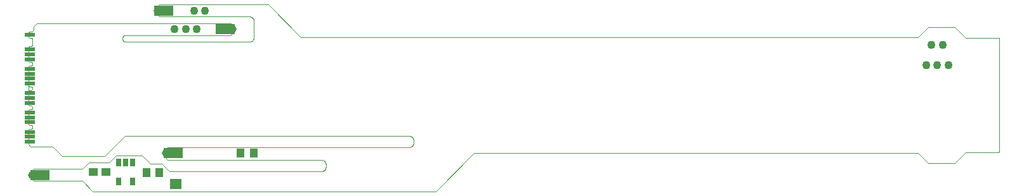
<source format=gbs>
G04 EAGLE Gerber X2 export*
%TF.Part,Single*%
%TF.FileFunction,Other,solder mask bottom*%
%TF.FilePolarity,Positive*%
%TF.GenerationSoftware,Autodesk,EAGLE,9.6.2*%
%TF.CreationDate,2021-11-14T09:40:45Z*%
G75*
%MOMM*%
%FSLAX34Y34*%
%LPD*%
%INsolder mask bottom*%
%AMOC8*
5,1,8,0,0,1.08239X$1,22.5*%
G01*
%ADD10C,0.000000*%
%ADD11R,1.451600X0.551600*%
%ADD12R,1.101600X1.201600*%
%ADD13R,0.800000X1.100000*%
%ADD14R,1.201600X1.101600*%
%ADD15R,2.641600X1.371600*%
%ADD16R,1.625600X1.371600*%
%ADD17C,1.101600*%
%ADD18C,1.141600*%


D10*
X0Y-36000D02*
X3000Y-39000D01*
X32500Y-39000D01*
X0Y113500D02*
X1000Y114500D01*
X0Y113500D02*
X0Y107500D01*
X0Y94000D02*
X0Y75000D01*
X1000Y74000D01*
X4000Y74000D01*
X5000Y73000D01*
X5000Y70000D02*
X4000Y69000D01*
X1000Y69000D01*
X0Y68000D01*
X5000Y70000D02*
X5000Y73000D01*
X0Y68000D02*
X0Y42500D01*
X1000Y41500D01*
X4000Y41500D01*
X5000Y40500D01*
X5000Y37500D02*
X4000Y36500D01*
X1000Y36500D01*
X0Y35500D01*
X5000Y37500D02*
X5000Y40500D01*
X0Y42000D02*
X0Y35500D01*
X0Y16500D02*
X1000Y15500D01*
X4000Y15500D01*
X5000Y14500D01*
X5000Y11500D02*
X4000Y10500D01*
X1000Y10500D01*
X0Y9500D01*
X5000Y11500D02*
X5000Y14500D01*
X0Y-16500D02*
X0Y-36000D01*
X0Y-9500D02*
X0Y9500D01*
X0Y16500D02*
X0Y35500D01*
X0Y-9500D02*
X1000Y-10500D01*
X4000Y-10500D02*
X5000Y-11500D01*
X4000Y-10500D02*
X1000Y-10500D01*
X5000Y-11500D02*
X5000Y-14500D01*
X4000Y-15500D01*
X1000Y-15500D01*
X0Y-16500D01*
X1000Y106500D02*
X0Y107500D01*
X1000Y106500D02*
X4000Y106500D01*
X5000Y105500D01*
X5000Y96000D01*
X4000Y95000D01*
X1000Y95000D01*
X0Y94000D01*
X1000Y114500D02*
X5000Y114500D01*
X7500Y117000D01*
X7500Y122000D01*
X11500Y126000D01*
X270000Y126000D01*
X272000Y124000D01*
X272000Y112000D01*
X270000Y110000D01*
X129000Y110000D01*
X126000Y107000D02*
X126000Y104000D01*
X129000Y101000D02*
X295000Y101000D01*
X301000Y108000D02*
X301000Y128000D01*
X295000Y135000D02*
X175000Y135000D01*
X173000Y137000D01*
X173000Y149000D01*
X175000Y151000D01*
X320000Y151000D01*
X363500Y107500D01*
X1295500Y106500D02*
X1296000Y106000D01*
X1296000Y-45500D01*
X1295000Y-46500D01*
X1295500Y106500D02*
X1251000Y106500D01*
X1187000Y107500D02*
X363500Y107500D01*
X129000Y110000D02*
X128893Y109998D01*
X128786Y109992D01*
X128679Y109983D01*
X128573Y109969D01*
X128467Y109952D01*
X128362Y109931D01*
X128258Y109907D01*
X128155Y109878D01*
X128053Y109846D01*
X127952Y109811D01*
X127852Y109772D01*
X127754Y109729D01*
X127657Y109683D01*
X127562Y109633D01*
X127469Y109580D01*
X127378Y109524D01*
X127289Y109464D01*
X127202Y109402D01*
X127118Y109336D01*
X127035Y109267D01*
X126956Y109196D01*
X126879Y109121D01*
X126804Y109044D01*
X126733Y108965D01*
X126664Y108882D01*
X126598Y108798D01*
X126536Y108711D01*
X126476Y108622D01*
X126420Y108531D01*
X126367Y108438D01*
X126317Y108343D01*
X126271Y108246D01*
X126228Y108148D01*
X126189Y108048D01*
X126154Y107947D01*
X126122Y107845D01*
X126093Y107742D01*
X126069Y107638D01*
X126048Y107533D01*
X126031Y107427D01*
X126017Y107321D01*
X126008Y107214D01*
X126002Y107107D01*
X126000Y107000D01*
X126000Y104000D02*
X126002Y103893D01*
X126008Y103786D01*
X126017Y103679D01*
X126031Y103573D01*
X126048Y103467D01*
X126069Y103362D01*
X126093Y103258D01*
X126122Y103155D01*
X126154Y103053D01*
X126189Y102952D01*
X126228Y102852D01*
X126271Y102754D01*
X126317Y102657D01*
X126367Y102562D01*
X126420Y102469D01*
X126476Y102378D01*
X126536Y102289D01*
X126598Y102202D01*
X126664Y102118D01*
X126733Y102035D01*
X126804Y101956D01*
X126879Y101879D01*
X126956Y101804D01*
X127035Y101733D01*
X127118Y101664D01*
X127202Y101598D01*
X127289Y101536D01*
X127378Y101476D01*
X127469Y101420D01*
X127562Y101367D01*
X127657Y101317D01*
X127754Y101271D01*
X127852Y101228D01*
X127952Y101189D01*
X128053Y101154D01*
X128155Y101122D01*
X128258Y101093D01*
X128362Y101069D01*
X128467Y101048D01*
X128573Y101031D01*
X128679Y101017D01*
X128786Y101008D01*
X128893Y101002D01*
X129000Y101000D01*
X295000Y101000D02*
X295159Y101014D01*
X295318Y101033D01*
X295477Y101055D01*
X295635Y101081D01*
X295792Y101110D01*
X295948Y101144D01*
X296104Y101181D01*
X296258Y101223D01*
X296412Y101268D01*
X296564Y101316D01*
X296715Y101369D01*
X296865Y101425D01*
X297014Y101485D01*
X297160Y101549D01*
X297306Y101616D01*
X297449Y101686D01*
X297591Y101760D01*
X297731Y101838D01*
X297869Y101919D01*
X298005Y102003D01*
X298139Y102091D01*
X298270Y102182D01*
X298400Y102276D01*
X298527Y102373D01*
X298651Y102474D01*
X298774Y102577D01*
X298893Y102684D01*
X299010Y102793D01*
X299124Y102905D01*
X299235Y103020D01*
X299344Y103137D01*
X299450Y103257D01*
X299552Y103380D01*
X299652Y103505D01*
X299748Y103633D01*
X299842Y103763D01*
X299932Y103895D01*
X300019Y104030D01*
X300102Y104166D01*
X300182Y104305D01*
X300259Y104445D01*
X300332Y104587D01*
X300402Y104731D01*
X300468Y104877D01*
X300531Y105024D01*
X300590Y105173D01*
X300645Y105323D01*
X300696Y105475D01*
X300744Y105627D01*
X300788Y105781D01*
X300829Y105936D01*
X300865Y106092D01*
X300898Y106248D01*
X300926Y106406D01*
X300951Y106564D01*
X300972Y106722D01*
X300990Y106881D01*
X301003Y107041D01*
X301012Y107201D01*
X301018Y107360D01*
X301019Y107520D01*
X301017Y107680D01*
X301010Y107840D01*
X301000Y108000D01*
X301000Y128000D02*
X301021Y128153D01*
X301039Y128306D01*
X301053Y128459D01*
X301063Y128613D01*
X301069Y128767D01*
X301071Y128921D01*
X301069Y129074D01*
X301064Y129228D01*
X301054Y129382D01*
X301041Y129535D01*
X301023Y129688D01*
X301002Y129841D01*
X300977Y129993D01*
X300948Y130144D01*
X300915Y130294D01*
X300879Y130444D01*
X300839Y130592D01*
X300795Y130740D01*
X300747Y130886D01*
X300695Y131031D01*
X300640Y131175D01*
X300581Y131317D01*
X300519Y131458D01*
X300453Y131597D01*
X300384Y131735D01*
X300311Y131870D01*
X300235Y132004D01*
X300155Y132136D01*
X300072Y132265D01*
X299986Y132393D01*
X299896Y132518D01*
X299804Y132641D01*
X299708Y132762D01*
X299609Y132880D01*
X299508Y132996D01*
X299403Y133109D01*
X299296Y133219D01*
X299186Y133326D01*
X299073Y133431D01*
X298957Y133533D01*
X298839Y133632D01*
X298719Y133728D01*
X298596Y133820D01*
X298471Y133910D01*
X298343Y133996D01*
X298214Y134080D01*
X298082Y134159D01*
X297949Y134236D01*
X297813Y134309D01*
X297676Y134378D01*
X297537Y134445D01*
X297396Y134507D01*
X297254Y134566D01*
X297110Y134621D01*
X296965Y134673D01*
X296819Y134721D01*
X296672Y134765D01*
X296523Y134806D01*
X296374Y134843D01*
X296223Y134876D01*
X296072Y134905D01*
X295920Y134930D01*
X295768Y134951D01*
X295615Y134969D01*
X295461Y134982D01*
X295308Y134992D01*
X295154Y134998D01*
X295000Y135000D01*
X102000Y-52000D02*
X45500Y-52000D01*
X32500Y-39000D01*
X102000Y-52000D02*
X129000Y-25000D01*
X514000Y-31000D02*
X514000Y-34000D01*
X508000Y-40000D02*
X186000Y-40000D01*
X184000Y-42000D01*
X184000Y-55000D01*
X186000Y-57000D01*
X508000Y-24999D02*
X508148Y-24990D01*
X508296Y-24985D01*
X508445Y-24983D01*
X508593Y-24985D01*
X508741Y-24992D01*
X508889Y-25002D01*
X509036Y-25016D01*
X509184Y-25034D01*
X509330Y-25056D01*
X509476Y-25082D01*
X509621Y-25112D01*
X509766Y-25145D01*
X509909Y-25183D01*
X510052Y-25224D01*
X510193Y-25269D01*
X510333Y-25317D01*
X510472Y-25370D01*
X510609Y-25426D01*
X510745Y-25485D01*
X510879Y-25549D01*
X511011Y-25615D01*
X511142Y-25686D01*
X511270Y-25759D01*
X511397Y-25836D01*
X511521Y-25917D01*
X511644Y-26000D01*
X511764Y-26087D01*
X511882Y-26177D01*
X511997Y-26270D01*
X512110Y-26367D01*
X512220Y-26466D01*
X512328Y-26568D01*
X512432Y-26672D01*
X512534Y-26780D01*
X512633Y-26890D01*
X512730Y-27003D01*
X512823Y-27118D01*
X512913Y-27236D01*
X513000Y-27356D01*
X513083Y-27479D01*
X513164Y-27603D01*
X513241Y-27730D01*
X513314Y-27858D01*
X513385Y-27989D01*
X513451Y-28121D01*
X513515Y-28255D01*
X513574Y-28391D01*
X513630Y-28528D01*
X513683Y-28667D01*
X513731Y-28807D01*
X513776Y-28948D01*
X513817Y-29091D01*
X513855Y-29234D01*
X513888Y-29379D01*
X513918Y-29524D01*
X513944Y-29670D01*
X513966Y-29816D01*
X513984Y-29964D01*
X513998Y-30111D01*
X514008Y-30259D01*
X514015Y-30407D01*
X514017Y-30555D01*
X514015Y-30704D01*
X514010Y-30852D01*
X514001Y-31000D01*
X514001Y-34000D02*
X514010Y-34148D01*
X514015Y-34296D01*
X514017Y-34445D01*
X514015Y-34593D01*
X514008Y-34741D01*
X513998Y-34889D01*
X513984Y-35036D01*
X513966Y-35184D01*
X513944Y-35330D01*
X513918Y-35476D01*
X513888Y-35621D01*
X513855Y-35766D01*
X513817Y-35909D01*
X513776Y-36052D01*
X513731Y-36193D01*
X513683Y-36333D01*
X513630Y-36472D01*
X513574Y-36609D01*
X513515Y-36745D01*
X513451Y-36879D01*
X513385Y-37011D01*
X513314Y-37142D01*
X513241Y-37270D01*
X513164Y-37397D01*
X513083Y-37521D01*
X513000Y-37644D01*
X512913Y-37764D01*
X512823Y-37882D01*
X512730Y-37997D01*
X512633Y-38110D01*
X512534Y-38220D01*
X512432Y-38328D01*
X512328Y-38432D01*
X512220Y-38534D01*
X512110Y-38633D01*
X511997Y-38730D01*
X511882Y-38823D01*
X511764Y-38913D01*
X511644Y-39000D01*
X511521Y-39083D01*
X511397Y-39164D01*
X511270Y-39241D01*
X511142Y-39314D01*
X511011Y-39385D01*
X510879Y-39451D01*
X510745Y-39515D01*
X510609Y-39574D01*
X510472Y-39630D01*
X510333Y-39683D01*
X510193Y-39731D01*
X510052Y-39776D01*
X509909Y-39817D01*
X509766Y-39855D01*
X509621Y-39888D01*
X509476Y-39918D01*
X509330Y-39944D01*
X509184Y-39966D01*
X509036Y-39984D01*
X508889Y-39998D01*
X508741Y-40008D01*
X508593Y-40015D01*
X508445Y-40017D01*
X508296Y-40015D01*
X508148Y-40010D01*
X508000Y-40001D01*
X508000Y-25000D02*
X129000Y-25000D01*
X7000Y-85000D02*
X5000Y-83000D01*
X5000Y-71000D01*
X7000Y-69000D01*
X72000Y-69000D01*
X81000Y-60000D01*
X108000Y-60000D01*
X117000Y-51000D01*
X152000Y-51000D01*
X163000Y-62000D01*
X178000Y-62000D01*
X391000Y-56999D02*
X391148Y-56990D01*
X391296Y-56985D01*
X391445Y-56983D01*
X391593Y-56985D01*
X391741Y-56992D01*
X391889Y-57002D01*
X392036Y-57016D01*
X392184Y-57034D01*
X392330Y-57056D01*
X392476Y-57082D01*
X392621Y-57112D01*
X392766Y-57145D01*
X392909Y-57183D01*
X393052Y-57224D01*
X393193Y-57269D01*
X393333Y-57317D01*
X393472Y-57370D01*
X393609Y-57426D01*
X393745Y-57485D01*
X393879Y-57549D01*
X394011Y-57615D01*
X394142Y-57686D01*
X394270Y-57759D01*
X394397Y-57836D01*
X394521Y-57917D01*
X394644Y-58000D01*
X394764Y-58087D01*
X394882Y-58177D01*
X394997Y-58270D01*
X395110Y-58367D01*
X395220Y-58466D01*
X395328Y-58568D01*
X395432Y-58672D01*
X395534Y-58780D01*
X395633Y-58890D01*
X395730Y-59003D01*
X395823Y-59118D01*
X395913Y-59236D01*
X396000Y-59356D01*
X396083Y-59479D01*
X396164Y-59603D01*
X396241Y-59730D01*
X396314Y-59858D01*
X396385Y-59989D01*
X396451Y-60121D01*
X396515Y-60255D01*
X396574Y-60391D01*
X396630Y-60528D01*
X396683Y-60667D01*
X396731Y-60807D01*
X396776Y-60948D01*
X396817Y-61091D01*
X396855Y-61234D01*
X396888Y-61379D01*
X396918Y-61524D01*
X396944Y-61670D01*
X396966Y-61816D01*
X396984Y-61964D01*
X396998Y-62111D01*
X397008Y-62259D01*
X397015Y-62407D01*
X397017Y-62555D01*
X397015Y-62704D01*
X397010Y-62852D01*
X397001Y-63000D01*
X397000Y-63000D02*
X397000Y-66000D01*
X397001Y-66000D02*
X397010Y-66148D01*
X397015Y-66296D01*
X397017Y-66445D01*
X397015Y-66593D01*
X397008Y-66741D01*
X396998Y-66889D01*
X396984Y-67036D01*
X396966Y-67184D01*
X396944Y-67330D01*
X396918Y-67476D01*
X396888Y-67621D01*
X396855Y-67766D01*
X396817Y-67909D01*
X396776Y-68052D01*
X396731Y-68193D01*
X396683Y-68333D01*
X396630Y-68472D01*
X396574Y-68609D01*
X396515Y-68745D01*
X396451Y-68879D01*
X396385Y-69011D01*
X396314Y-69142D01*
X396241Y-69270D01*
X396164Y-69397D01*
X396083Y-69521D01*
X396000Y-69644D01*
X395913Y-69764D01*
X395823Y-69882D01*
X395730Y-69997D01*
X395633Y-70110D01*
X395534Y-70220D01*
X395432Y-70328D01*
X395328Y-70432D01*
X395220Y-70534D01*
X395110Y-70633D01*
X394997Y-70730D01*
X394882Y-70823D01*
X394764Y-70913D01*
X394644Y-71000D01*
X394521Y-71083D01*
X394397Y-71164D01*
X394270Y-71241D01*
X394142Y-71314D01*
X394011Y-71385D01*
X393879Y-71451D01*
X393745Y-71515D01*
X393609Y-71574D01*
X393472Y-71630D01*
X393333Y-71683D01*
X393193Y-71731D01*
X393052Y-71776D01*
X392909Y-71817D01*
X392766Y-71855D01*
X392621Y-71888D01*
X392476Y-71918D01*
X392330Y-71944D01*
X392184Y-71966D01*
X392036Y-71984D01*
X391889Y-71998D01*
X391741Y-72008D01*
X391593Y-72015D01*
X391445Y-72017D01*
X391296Y-72015D01*
X391148Y-72010D01*
X391000Y-72001D01*
X391000Y-72000D02*
X188000Y-72000D01*
X178000Y-62000D01*
X186000Y-57000D02*
X391000Y-57000D01*
X72000Y-85000D02*
X7000Y-85000D01*
X72000Y-85000D02*
X86000Y-99000D01*
X543500Y-99000D01*
X595000Y-47500D01*
X1187000Y-47500D02*
X1200500Y-61000D01*
X1236500Y-61000D01*
X1251000Y-46500D01*
X1295000Y-46500D01*
X1187000Y-47500D02*
X595000Y-47500D01*
X1187000Y107500D02*
X1200500Y121000D01*
X1236500Y121000D01*
X1251000Y106500D01*
D11*
X2000Y91000D03*
X2000Y84500D03*
X2000Y78000D03*
X2000Y65000D03*
X2000Y58500D03*
X2000Y52000D03*
X2000Y45500D03*
X2000Y32500D03*
X2000Y26000D03*
X2000Y19500D03*
X2000Y6500D03*
X2000Y0D03*
X2000Y-6500D03*
X2000Y-19500D03*
X2000Y-26000D03*
X2000Y-32500D03*
X2000Y110500D03*
D12*
X157500Y-74000D03*
X174500Y-74000D03*
X283500Y-48000D03*
X300500Y-48000D03*
D13*
X120500Y-86000D03*
X139500Y-86000D03*
X139500Y-60000D03*
X130000Y-60000D03*
X120500Y-60000D03*
D14*
X103500Y-73000D03*
X86500Y-73000D03*
D15*
X193500Y-48000D03*
X15500Y-77000D03*
X262500Y118000D03*
X181000Y143000D03*
D16*
X197000Y-89000D03*
D17*
X20000Y-77000D03*
X258000Y118000D03*
X225000Y118000D03*
X210000Y118000D03*
X195000Y118000D03*
X1228000Y70000D03*
X1213000Y70000D03*
X1198000Y70000D03*
X198000Y-48000D03*
X187000Y143000D03*
X221000Y143000D03*
X236000Y143000D03*
X1220000Y97000D03*
X1205000Y97000D03*
D18*
X272000Y118000D03*
X173000Y143000D03*
X184000Y-48000D03*
X5000Y-77000D03*
M02*

</source>
